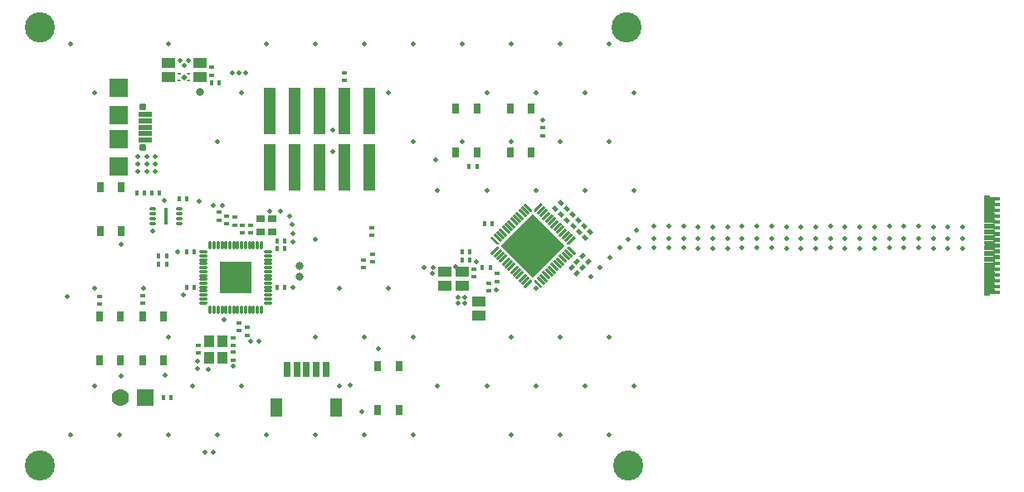
<source format=gts>
G04*
G04 #@! TF.GenerationSoftware,Altium Limited,Altium Designer,24.5.2 (23)*
G04*
G04 Layer_Color=8388736*
%FSLAX44Y44*%
%MOMM*%
G71*
G04*
G04 #@! TF.SameCoordinates,5A08705E-C27C-47AC-A7BE-410B2864E99F*
G04*
G04*
G04 #@! TF.FilePolarity,Negative*
G04*
G01*
G75*
%ADD36R,0.5560X0.4560*%
%ADD37R,1.4260X1.1260*%
%ADD38R,1.4260X0.4760*%
%ADD39R,1.9760X1.8760*%
%ADD40R,1.9760X1.9760*%
%ADD41R,0.4560X0.5560*%
%ADD42R,1.2760X4.8260*%
%ADD43C,0.8260*%
%ADD44R,0.7760X1.0760*%
G04:AMPARAMS|DCode=45|XSize=0.276mm|YSize=1.076mm|CornerRadius=0mm|HoleSize=0mm|Usage=FLASHONLY|Rotation=135.000|XOffset=0mm|YOffset=0mm|HoleType=Round|Shape=Rectangle|*
%AMROTATEDRECTD45*
4,1,4,0.4780,0.2828,-0.2828,-0.4780,-0.4780,-0.2828,0.2828,0.4780,0.4780,0.2828,0.0*
%
%ADD45ROTATEDRECTD45*%

G04:AMPARAMS|DCode=46|XSize=0.276mm|YSize=1.076mm|CornerRadius=0mm|HoleSize=0mm|Usage=FLASHONLY|Rotation=45.000|XOffset=0mm|YOffset=0mm|HoleType=Round|Shape=Rectangle|*
%AMROTATEDRECTD46*
4,1,4,0.2828,-0.4780,-0.4780,0.2828,-0.2828,0.4780,0.4780,-0.2828,0.2828,-0.4780,0.0*
%
%ADD46ROTATEDRECTD46*%

%ADD47P,6.4715X4X90.0*%
G04:AMPARAMS|DCode=48|XSize=0.556mm|YSize=0.456mm|CornerRadius=0mm|HoleSize=0mm|Usage=FLASHONLY|Rotation=135.000|XOffset=0mm|YOffset=0mm|HoleType=Round|Shape=Rectangle|*
%AMROTATEDRECTD48*
4,1,4,0.3578,-0.0354,0.0354,-0.3578,-0.3578,0.0354,-0.0354,0.3578,0.3578,-0.0354,0.0*
%
%ADD48ROTATEDRECTD48*%

%ADD49O,0.8260X0.3260*%
%ADD50R,0.3260X1.6760*%
%ADD51R,0.8760X0.7060*%
%ADD52R,3.1760X3.1760*%
%ADD53O,0.2760X0.8760*%
%ADD54O,0.8760X0.2760*%
G04:AMPARAMS|DCode=55|XSize=0.556mm|YSize=0.456mm|CornerRadius=0mm|HoleSize=0mm|Usage=FLASHONLY|Rotation=45.000|XOffset=0mm|YOffset=0mm|HoleType=Round|Shape=Rectangle|*
%AMROTATEDRECTD55*
4,1,4,-0.0354,-0.3578,-0.3578,-0.0354,0.0354,0.3578,0.3578,0.0354,-0.0354,-0.3578,0.0*
%
%ADD55ROTATEDRECTD55*%

%ADD56R,1.0760X1.2760*%
%ADD57R,1.2760X1.8760*%
%ADD58R,0.6760X1.6260*%
%ADD59R,1.7760X1.7760*%
%ADD60C,1.7760*%
%ADD61C,3.0760*%
%ADD62C,0.7760*%
%ADD63C,0.4760*%
%ADD64C,0.4800*%
%ADD65C,0.5760*%
G36*
X174893Y419950D02*
X172800D01*
X171293Y421457D01*
Y422050D01*
X174893D01*
Y419950D01*
D02*
G37*
G36*
X165707Y421457D02*
X164200Y419950D01*
X162107D01*
Y422050D01*
X165707D01*
Y421457D01*
D02*
G37*
G36*
X171894Y417750D02*
X168500Y414356D01*
X165106Y417750D01*
X168500Y421144D01*
X171894Y417750D01*
D02*
G37*
G36*
X174893Y413450D02*
X171293D01*
Y414043D01*
X172800Y415550D01*
X174893D01*
Y413450D01*
D02*
G37*
G36*
X165707Y414043D02*
Y413450D01*
X162107D01*
Y415550D01*
X164200D01*
X165707Y414043D01*
D02*
G37*
G36*
X990375Y296374D02*
X990446Y296353D01*
X990512Y296317D01*
X990570Y296270D01*
X990618Y296212D01*
X990653Y296146D01*
X990675Y296075D01*
X990682Y296000D01*
Y295382D01*
X1000800D01*
X1000875Y295375D01*
X1000946Y295353D01*
X1001012Y295317D01*
X1001070Y295270D01*
X1001117Y295212D01*
X1001153Y295146D01*
X1001175Y295075D01*
X1001182Y295000D01*
Y292000D01*
X1001175Y291926D01*
X1001153Y291854D01*
X1001117Y291788D01*
X1001070Y291730D01*
X1001012Y291682D01*
X1000946Y291647D01*
X1000875Y291625D01*
X1000800Y291618D01*
X995300D01*
X995226Y291625D01*
X995210Y291630D01*
X995570Y291270D01*
X995618Y291212D01*
X995653Y291146D01*
X995675Y291075D01*
X995682Y291000D01*
X995682Y290000D01*
X995675Y289925D01*
X995653Y289854D01*
X995618Y289788D01*
X995570Y289730D01*
X995210Y289370D01*
X995226Y289375D01*
X995300Y289382D01*
X1000800D01*
X1000874Y289375D01*
X1000946Y289353D01*
X1001012Y289317D01*
X1001070Y289270D01*
X1001117Y289212D01*
X1001153Y289146D01*
X1001174Y289074D01*
X1001182Y289000D01*
Y286000D01*
X1001174Y285926D01*
X1001153Y285854D01*
X1001117Y285788D01*
X1001070Y285730D01*
X1001012Y285683D01*
X1000946Y285647D01*
X1000874Y285625D01*
X1000800Y285618D01*
X995300D01*
X995226Y285625D01*
X995210Y285630D01*
X995570Y285270D01*
X995618Y285212D01*
X995653Y285146D01*
X995675Y285075D01*
X995682Y285000D01*
X995682Y284000D01*
X995675Y283925D01*
X995653Y283854D01*
X995618Y283788D01*
X995570Y283730D01*
X995210Y283370D01*
X995226Y283375D01*
X995300Y283382D01*
X1000800D01*
X1000874Y283375D01*
X1000946Y283353D01*
X1001012Y283318D01*
X1001070Y283270D01*
X1001117Y283212D01*
X1001153Y283146D01*
X1001174Y283074D01*
X1001182Y283000D01*
Y280000D01*
X1001174Y279925D01*
X1001153Y279854D01*
X1001117Y279788D01*
X1001070Y279730D01*
X1001012Y279683D01*
X1000946Y279647D01*
X1000874Y279625D01*
X1000800Y279618D01*
X995300D01*
X995226Y279625D01*
X995210Y279630D01*
X995570Y279270D01*
X995618Y279212D01*
X995653Y279146D01*
X995675Y279074D01*
X995682Y279000D01*
X995682Y278000D01*
X995675Y277925D01*
X995653Y277854D01*
X995618Y277788D01*
X995570Y277730D01*
X995210Y277370D01*
X995226Y277374D01*
X995300Y277382D01*
X1000800D01*
X1000875Y277374D01*
X1000946Y277353D01*
X1001012Y277318D01*
X1001070Y277270D01*
X1001117Y277212D01*
X1001153Y277146D01*
X1001175Y277075D01*
X1001182Y277000D01*
Y274000D01*
X1001175Y273925D01*
X1001153Y273854D01*
X1001117Y273788D01*
X1001070Y273730D01*
X1001012Y273682D01*
X1000946Y273647D01*
X1000875Y273626D01*
X1000800Y273618D01*
X995300D01*
X995226Y273626D01*
X995210Y273630D01*
X995570Y273270D01*
X995618Y273212D01*
X995653Y273146D01*
X995675Y273074D01*
X995682Y273000D01*
X995682Y272000D01*
X995675Y271926D01*
X995653Y271854D01*
X995618Y271788D01*
X995570Y271730D01*
X995210Y271370D01*
X995226Y271374D01*
X995300Y271382D01*
X1000800D01*
X1000874Y271374D01*
X1000946Y271353D01*
X1001012Y271318D01*
X1001070Y271270D01*
X1001117Y271212D01*
X1001153Y271146D01*
X1001174Y271075D01*
X1001182Y271000D01*
Y268000D01*
X1001174Y267925D01*
X1001153Y267854D01*
X1001117Y267788D01*
X1001070Y267730D01*
X1001012Y267682D01*
X1000946Y267647D01*
X1000874Y267626D01*
X1000800Y267618D01*
X995300D01*
X995226Y267626D01*
X995210Y267630D01*
X995570Y267270D01*
X995618Y267212D01*
X995653Y267146D01*
X995675Y267075D01*
X995682Y267000D01*
X995682Y266000D01*
X995675Y265926D01*
X995653Y265854D01*
X995618Y265788D01*
X995570Y265730D01*
X995210Y265370D01*
X995226Y265375D01*
X995300Y265382D01*
X1000800D01*
X1000874Y265375D01*
X1000946Y265353D01*
X1001012Y265317D01*
X1001070Y265270D01*
X1001117Y265212D01*
X1001153Y265146D01*
X1001174Y265075D01*
X1001182Y265000D01*
Y262000D01*
X1001174Y261926D01*
X1001153Y261854D01*
X1001117Y261788D01*
X1001070Y261730D01*
X1001012Y261683D01*
X1000946Y261647D01*
X1000874Y261625D01*
X1000800Y261618D01*
X995300D01*
X995226Y261625D01*
X995210Y261630D01*
X995570Y261270D01*
X995618Y261212D01*
X995653Y261146D01*
X995675Y261075D01*
X995682Y261000D01*
X995682Y260000D01*
X995675Y259925D01*
X995653Y259854D01*
X995618Y259788D01*
X995570Y259730D01*
X995210Y259370D01*
X995226Y259375D01*
X995300Y259382D01*
X1000800D01*
X1000874Y259375D01*
X1000946Y259353D01*
X1001012Y259317D01*
X1001070Y259270D01*
X1001117Y259212D01*
X1001153Y259146D01*
X1001174Y259074D01*
X1001182Y259000D01*
Y256000D01*
X1001174Y255926D01*
X1001153Y255854D01*
X1001117Y255788D01*
X1001070Y255730D01*
X1001012Y255683D01*
X1000946Y255647D01*
X1000874Y255625D01*
X1000800Y255618D01*
X995300D01*
X995226Y255625D01*
X995210Y255630D01*
X995570Y255270D01*
X995618Y255212D01*
X995653Y255146D01*
X995675Y255075D01*
X995682Y255000D01*
X995682Y254000D01*
X995675Y253925D01*
X995653Y253854D01*
X995618Y253788D01*
X995570Y253730D01*
X995210Y253370D01*
X995226Y253375D01*
X995300Y253382D01*
X1000800D01*
X1000875Y253375D01*
X1000946Y253353D01*
X1001012Y253318D01*
X1001070Y253270D01*
X1001117Y253212D01*
X1001153Y253146D01*
X1001175Y253074D01*
X1001182Y253000D01*
Y250000D01*
X1001175Y249925D01*
X1001153Y249854D01*
X1001117Y249788D01*
X1001070Y249730D01*
X1001012Y249683D01*
X1000946Y249647D01*
X1000875Y249625D01*
X1000800Y249618D01*
X995300D01*
X995226Y249625D01*
X995210Y249630D01*
X995570Y249270D01*
X995618Y249212D01*
X995653Y249146D01*
X995675Y249074D01*
X995682Y249000D01*
X995682Y248000D01*
X995675Y247925D01*
X995653Y247854D01*
X995618Y247788D01*
X995570Y247730D01*
X995210Y247370D01*
X995226Y247374D01*
X995300Y247382D01*
X1000800D01*
X1000874Y247374D01*
X1000946Y247353D01*
X1001012Y247318D01*
X1001070Y247270D01*
X1001117Y247212D01*
X1001153Y247146D01*
X1001174Y247075D01*
X1001182Y247000D01*
Y244000D01*
X1001174Y243925D01*
X1001153Y243854D01*
X1001117Y243788D01*
X1001070Y243730D01*
X1001012Y243682D01*
X1000946Y243647D01*
X1000874Y243626D01*
X1000800Y243618D01*
X995300D01*
X995226Y243626D01*
X995210Y243630D01*
X995570Y243270D01*
X995618Y243212D01*
X995653Y243146D01*
X995675Y243074D01*
X995682Y243000D01*
X995682Y242000D01*
X995675Y241926D01*
X995653Y241854D01*
X995618Y241788D01*
X995570Y241730D01*
X995210Y241370D01*
X995226Y241374D01*
X995300Y241382D01*
X1000800D01*
X1000874Y241374D01*
X1000946Y241353D01*
X1001012Y241318D01*
X1001070Y241270D01*
X1001117Y241212D01*
X1001153Y241146D01*
X1001174Y241075D01*
X1001182Y241000D01*
Y238000D01*
X1001174Y237925D01*
X1001153Y237854D01*
X1001117Y237788D01*
X1001070Y237730D01*
X1001012Y237683D01*
X1000946Y237647D01*
X1000874Y237626D01*
X1000800Y237618D01*
X995300D01*
X995226Y237626D01*
X995210Y237630D01*
X995570Y237270D01*
X995618Y237212D01*
X995653Y237146D01*
X995675Y237075D01*
X995682Y237000D01*
X995682Y236000D01*
X995675Y235926D01*
X995653Y235854D01*
X995618Y235788D01*
X995570Y235730D01*
X995210Y235370D01*
X995226Y235375D01*
X995300Y235382D01*
X1000800D01*
X1000874Y235375D01*
X1000946Y235353D01*
X1001012Y235317D01*
X1001070Y235270D01*
X1001117Y235212D01*
X1001153Y235146D01*
X1001174Y235075D01*
X1001182Y235000D01*
Y232000D01*
X1001174Y231926D01*
X1001153Y231854D01*
X1001117Y231788D01*
X1001070Y231730D01*
X1001012Y231682D01*
X1000946Y231647D01*
X1000874Y231625D01*
X1000800Y231618D01*
X995300D01*
X995226Y231625D01*
X995210Y231630D01*
X995570Y231270D01*
X995618Y231212D01*
X995653Y231146D01*
X995675Y231075D01*
X995682Y231000D01*
X995682Y230000D01*
X995675Y229925D01*
X995653Y229854D01*
X995618Y229788D01*
X995570Y229730D01*
X995210Y229370D01*
X995226Y229375D01*
X995300Y229382D01*
X1000800D01*
X1000875Y229375D01*
X1000946Y229353D01*
X1001012Y229317D01*
X1001070Y229270D01*
X1001117Y229212D01*
X1001153Y229146D01*
X1001175Y229074D01*
X1001182Y229000D01*
Y226000D01*
X1001175Y225926D01*
X1001153Y225854D01*
X1001117Y225788D01*
X1001070Y225730D01*
X1001012Y225683D01*
X1000946Y225647D01*
X1000875Y225625D01*
X1000800Y225618D01*
X995300D01*
X995226Y225625D01*
X995210Y225630D01*
X995570Y225270D01*
X995618Y225212D01*
X995653Y225146D01*
X995675Y225075D01*
X995682Y225000D01*
X995682Y224000D01*
X995675Y223925D01*
X995653Y223854D01*
X995618Y223788D01*
X995570Y223730D01*
X995210Y223370D01*
X995226Y223375D01*
X995300Y223382D01*
X1000800D01*
X1000875Y223375D01*
X1000946Y223353D01*
X1001012Y223318D01*
X1001070Y223270D01*
X1001117Y223212D01*
X1001153Y223146D01*
X1001175Y223074D01*
X1001182Y223000D01*
Y220000D01*
X1001175Y219925D01*
X1001153Y219854D01*
X1001117Y219788D01*
X1001070Y219730D01*
X1001012Y219683D01*
X1000946Y219647D01*
X1000875Y219625D01*
X1000800Y219618D01*
X995300D01*
X995226Y219625D01*
X995210Y219630D01*
X995570Y219270D01*
X995618Y219212D01*
X995653Y219146D01*
X995675Y219074D01*
X995682Y219000D01*
X995682Y218000D01*
X995675Y217925D01*
X995653Y217854D01*
X995618Y217788D01*
X995570Y217730D01*
X995210Y217370D01*
X995226Y217374D01*
X995300Y217382D01*
X1000800D01*
X1000875Y217374D01*
X1000946Y217353D01*
X1001012Y217318D01*
X1001070Y217270D01*
X1001117Y217212D01*
X1001153Y217146D01*
X1001175Y217075D01*
X1001182Y217000D01*
Y214000D01*
X1001175Y213925D01*
X1001153Y213854D01*
X1001117Y213788D01*
X1001070Y213730D01*
X1001012Y213682D01*
X1000946Y213647D01*
X1000875Y213626D01*
X1000800Y213618D01*
X995300D01*
X995226Y213626D01*
X995210Y213630D01*
X995570Y213270D01*
X995618Y213212D01*
X995653Y213146D01*
X995675Y213074D01*
X995682Y213000D01*
X995682Y212000D01*
X995675Y211926D01*
X995653Y211854D01*
X995618Y211788D01*
X995570Y211730D01*
X995210Y211370D01*
X995226Y211374D01*
X995300Y211382D01*
X1000800D01*
X1000875Y211374D01*
X1000946Y211353D01*
X1001012Y211318D01*
X1001070Y211270D01*
X1001117Y211212D01*
X1001153Y211146D01*
X1001175Y211075D01*
X1001182Y211000D01*
Y208000D01*
X1001175Y207925D01*
X1001153Y207854D01*
X1001117Y207788D01*
X1001070Y207730D01*
X1001012Y207682D01*
X1000946Y207647D01*
X1000875Y207626D01*
X1000800Y207618D01*
X995300D01*
X995226Y207626D01*
X995210Y207630D01*
X995570Y207270D01*
X995618Y207212D01*
X995653Y207146D01*
X995675Y207075D01*
X995682Y207000D01*
X995682Y206000D01*
X995675Y205926D01*
X995653Y205854D01*
X995618Y205788D01*
X995570Y205730D01*
X995210Y205370D01*
X995226Y205375D01*
X995300Y205382D01*
X1000800D01*
X1000875Y205375D01*
X1000946Y205353D01*
X1001012Y205317D01*
X1001070Y205270D01*
X1001118Y205212D01*
X1001153Y205146D01*
X1001175Y205075D01*
X1001182Y205000D01*
Y202000D01*
X1001175Y201926D01*
X1001153Y201854D01*
X1001118Y201788D01*
X1001070Y201730D01*
X1001012Y201682D01*
X1000946Y201647D01*
X1000875Y201625D01*
X1000800Y201618D01*
X995300D01*
X995226Y201625D01*
X995210Y201630D01*
X995570Y201270D01*
X995618Y201212D01*
X995653Y201146D01*
X995675Y201075D01*
X995682Y201000D01*
X995682Y200000D01*
X995675Y199925D01*
X995653Y199854D01*
X995618Y199788D01*
X995570Y199730D01*
X995210Y199370D01*
X995226Y199375D01*
X995300Y199382D01*
X1000800D01*
X1000875Y199375D01*
X1000946Y199353D01*
X1001012Y199317D01*
X1001070Y199270D01*
X1001118Y199212D01*
X1001153Y199146D01*
X1001175Y199074D01*
X1001182Y199000D01*
Y196000D01*
X1001175Y195926D01*
X1001153Y195854D01*
X1001118Y195788D01*
X1001070Y195730D01*
X1001012Y195683D01*
X1000946Y195647D01*
X1000875Y195625D01*
X1000800Y195618D01*
X990682D01*
Y195000D01*
X990675Y194925D01*
X990653Y194854D01*
X990618Y194788D01*
X990570Y194730D01*
X990512Y194683D01*
X990446Y194647D01*
X990375Y194625D01*
X990300Y194618D01*
X985300D01*
X985226Y194625D01*
X985154Y194647D01*
X985088Y194683D01*
X985030Y194730D01*
X984983Y194788D01*
X984947Y194854D01*
X984926Y194925D01*
X984918Y195000D01*
Y198000D01*
X984926Y198074D01*
X984947Y198146D01*
X984983Y198212D01*
X985030Y198270D01*
X985088Y198317D01*
X985154Y198353D01*
X985226Y198375D01*
X985300Y198382D01*
X994142D01*
X994390Y198630D01*
X994375Y198626D01*
X994300Y198618D01*
X985300D01*
X985226Y198626D01*
X985154Y198647D01*
X985088Y198682D01*
X985030Y198730D01*
X984983Y198788D01*
X984947Y198854D01*
X984926Y198925D01*
X984918Y199000D01*
Y202000D01*
X984926Y202074D01*
X984947Y202146D01*
X984983Y202212D01*
X985030Y202270D01*
X985088Y202317D01*
X985154Y202353D01*
X985226Y202374D01*
X985300Y202382D01*
X994300D01*
X994375Y202374D01*
X994390Y202370D01*
X994142Y202618D01*
X985300Y202618D01*
X985226Y202626D01*
X985154Y202647D01*
X985088Y202682D01*
X985030Y202730D01*
X984983Y202788D01*
X984947Y202854D01*
X984926Y202925D01*
X984918Y203000D01*
Y204000D01*
X984926Y204074D01*
X984947Y204146D01*
X984983Y204212D01*
X985030Y204270D01*
X985088Y204317D01*
X985154Y204353D01*
X985226Y204374D01*
X985300Y204382D01*
X994142D01*
X994390Y204630D01*
X994374Y204625D01*
X994300Y204618D01*
X985300D01*
X985226Y204625D01*
X985154Y204647D01*
X985088Y204683D01*
X985030Y204730D01*
X984983Y204788D01*
X984947Y204854D01*
X984926Y204925D01*
X984918Y205000D01*
Y208000D01*
X984926Y208074D01*
X984947Y208146D01*
X984983Y208212D01*
X985030Y208270D01*
X985088Y208317D01*
X985154Y208353D01*
X985226Y208375D01*
X985300Y208382D01*
X994300D01*
X994374Y208375D01*
X994390Y208370D01*
X994142Y208618D01*
X985300Y208618D01*
X985226Y208626D01*
X985154Y208647D01*
X985088Y208682D01*
X985030Y208730D01*
X984983Y208788D01*
X984947Y208854D01*
X984926Y208925D01*
X984918Y209000D01*
Y210000D01*
X984926Y210075D01*
X984947Y210146D01*
X984983Y210212D01*
X985030Y210270D01*
X985088Y210317D01*
X985154Y210353D01*
X985226Y210375D01*
X985300Y210382D01*
X994142D01*
X994390Y210630D01*
X994374Y210625D01*
X994300Y210618D01*
X985300D01*
X985226Y210625D01*
X985154Y210647D01*
X985088Y210683D01*
X985030Y210730D01*
X984983Y210788D01*
X984947Y210854D01*
X984926Y210926D01*
X984918Y211000D01*
Y214000D01*
X984926Y214074D01*
X984947Y214146D01*
X984983Y214212D01*
X985030Y214270D01*
X985088Y214317D01*
X985154Y214353D01*
X985226Y214375D01*
X985300Y214382D01*
X994300D01*
X994374Y214375D01*
X994390Y214370D01*
X994142Y214618D01*
X985300Y214618D01*
X985226Y214625D01*
X985154Y214647D01*
X985088Y214683D01*
X985030Y214730D01*
X984983Y214788D01*
X984947Y214854D01*
X984926Y214925D01*
X984918Y215000D01*
Y216000D01*
X984926Y216075D01*
X984947Y216146D01*
X984983Y216212D01*
X985030Y216270D01*
X985088Y216317D01*
X985154Y216353D01*
X985226Y216374D01*
X985300Y216382D01*
X994142D01*
X994390Y216630D01*
X994374Y216625D01*
X994300Y216618D01*
X985300D01*
X985226Y216625D01*
X985154Y216647D01*
X985088Y216682D01*
X985030Y216730D01*
X984983Y216788D01*
X984947Y216854D01*
X984926Y216926D01*
X984918Y217000D01*
Y220000D01*
X984926Y220075D01*
X984947Y220146D01*
X984983Y220212D01*
X985030Y220270D01*
X985088Y220317D01*
X985154Y220353D01*
X985226Y220375D01*
X985300Y220382D01*
X994300D01*
X994374Y220375D01*
X994390Y220370D01*
X994142Y220618D01*
X985300Y220618D01*
X985226Y220625D01*
X985154Y220647D01*
X985088Y220683D01*
X985030Y220730D01*
X984983Y220788D01*
X984947Y220854D01*
X984926Y220926D01*
X984918Y221000D01*
Y222000D01*
X984926Y222075D01*
X984947Y222146D01*
X984983Y222212D01*
X985030Y222270D01*
X985088Y222317D01*
X985154Y222353D01*
X985226Y222374D01*
X985300Y222382D01*
X994142D01*
X994390Y222630D01*
X994374Y222626D01*
X994300Y222618D01*
X985300D01*
X985226Y222626D01*
X985154Y222647D01*
X985088Y222682D01*
X985030Y222730D01*
X984983Y222788D01*
X984947Y222854D01*
X984926Y222925D01*
X984918Y223000D01*
Y226000D01*
X984926Y226075D01*
X984947Y226146D01*
X984983Y226212D01*
X985030Y226270D01*
X985088Y226318D01*
X985154Y226353D01*
X985226Y226374D01*
X985300Y226382D01*
X994300D01*
X994374Y226374D01*
X994390Y226370D01*
X994142Y226618D01*
X985300Y226618D01*
X985226Y226625D01*
X985154Y226647D01*
X985088Y226682D01*
X985030Y226730D01*
X984983Y226788D01*
X984947Y226854D01*
X984926Y226926D01*
X984918Y227000D01*
Y228000D01*
X984926Y228074D01*
X984947Y228146D01*
X984983Y228212D01*
X985030Y228270D01*
X985088Y228318D01*
X985154Y228353D01*
X985226Y228375D01*
X985300Y228382D01*
X994142D01*
X994390Y228630D01*
X994374Y228626D01*
X994300Y228618D01*
X985300D01*
X985226Y228626D01*
X985154Y228647D01*
X985088Y228682D01*
X985030Y228730D01*
X984983Y228788D01*
X984947Y228854D01*
X984926Y228925D01*
X984918Y229000D01*
Y232000D01*
X984926Y232075D01*
X984947Y232146D01*
X984983Y232212D01*
X985030Y232270D01*
X985088Y232318D01*
X985154Y232353D01*
X985226Y232374D01*
X985300Y232382D01*
X994300D01*
X994374Y232374D01*
X994390Y232370D01*
X994142Y232618D01*
X985300Y232618D01*
X985226Y232626D01*
X985154Y232647D01*
X985088Y232682D01*
X985030Y232730D01*
X984983Y232788D01*
X984947Y232854D01*
X984926Y232925D01*
X984918Y233000D01*
Y234000D01*
X984926Y234074D01*
X984947Y234146D01*
X984983Y234212D01*
X985030Y234270D01*
X985088Y234317D01*
X985154Y234353D01*
X985226Y234375D01*
X985300Y234382D01*
X994142D01*
X994390Y234630D01*
X994374Y234625D01*
X994300Y234618D01*
X985300D01*
X985226Y234625D01*
X985154Y234647D01*
X985088Y234683D01*
X985030Y234730D01*
X984983Y234788D01*
X984947Y234854D01*
X984926Y234925D01*
X984918Y235000D01*
Y238000D01*
X984926Y238074D01*
X984947Y238146D01*
X984983Y238212D01*
X985030Y238270D01*
X985088Y238318D01*
X985154Y238353D01*
X985226Y238375D01*
X985300Y238382D01*
X994300D01*
X994374Y238375D01*
X994390Y238370D01*
X994142Y238618D01*
X985300Y238618D01*
X985226Y238626D01*
X985154Y238647D01*
X985088Y238682D01*
X985030Y238730D01*
X984983Y238788D01*
X984947Y238854D01*
X984926Y238925D01*
X984918Y239000D01*
Y240000D01*
X984926Y240075D01*
X984947Y240146D01*
X984983Y240212D01*
X985030Y240270D01*
X985088Y240317D01*
X985154Y240353D01*
X985226Y240375D01*
X985300Y240382D01*
X994142D01*
X994390Y240630D01*
X994374Y240625D01*
X994300Y240618D01*
X985300D01*
X985226Y240625D01*
X985154Y240647D01*
X985088Y240683D01*
X985030Y240730D01*
X984983Y240788D01*
X984947Y240854D01*
X984926Y240926D01*
X984918Y241000D01*
Y244000D01*
X984926Y244074D01*
X984947Y244146D01*
X984983Y244212D01*
X985030Y244270D01*
X985088Y244317D01*
X985154Y244353D01*
X985226Y244375D01*
X985300Y244382D01*
X994300D01*
X994374Y244375D01*
X994390Y244370D01*
X994142Y244618D01*
X985300Y244618D01*
X985226Y244625D01*
X985154Y244647D01*
X985088Y244683D01*
X985030Y244730D01*
X984983Y244788D01*
X984947Y244854D01*
X984926Y244925D01*
X984918Y245000D01*
Y246000D01*
X984926Y246075D01*
X984947Y246146D01*
X984983Y246212D01*
X985030Y246270D01*
X985088Y246318D01*
X985154Y246353D01*
X985226Y246374D01*
X985300Y246382D01*
X994142D01*
X994390Y246630D01*
X994374Y246625D01*
X994300Y246618D01*
X985300D01*
X985226Y246625D01*
X985154Y246647D01*
X985088Y246682D01*
X985030Y246730D01*
X984983Y246788D01*
X984947Y246854D01*
X984926Y246926D01*
X984918Y247000D01*
Y250000D01*
X984926Y250075D01*
X984947Y250146D01*
X984983Y250212D01*
X985030Y250270D01*
X985088Y250317D01*
X985154Y250353D01*
X985226Y250375D01*
X985300Y250382D01*
X994300D01*
X994374Y250375D01*
X994390Y250370D01*
X994142Y250618D01*
X985300Y250618D01*
X985226Y250625D01*
X985154Y250647D01*
X985088Y250683D01*
X985030Y250730D01*
X984983Y250788D01*
X984947Y250854D01*
X984926Y250926D01*
X984918Y251000D01*
Y252000D01*
X984926Y252075D01*
X984947Y252146D01*
X984983Y252212D01*
X985030Y252270D01*
X985088Y252318D01*
X985154Y252353D01*
X985226Y252374D01*
X985300Y252382D01*
X994142D01*
X994390Y252630D01*
X994374Y252626D01*
X994300Y252618D01*
X985300D01*
X985226Y252626D01*
X985154Y252647D01*
X985088Y252682D01*
X985030Y252730D01*
X984983Y252788D01*
X984947Y252854D01*
X984926Y252925D01*
X984918Y253000D01*
Y256000D01*
X984926Y256075D01*
X984947Y256146D01*
X984983Y256212D01*
X985030Y256270D01*
X985088Y256318D01*
X985154Y256353D01*
X985226Y256374D01*
X985300Y256382D01*
X994300D01*
X994374Y256374D01*
X994390Y256370D01*
X994142Y256618D01*
X985300Y256618D01*
X985226Y256625D01*
X985154Y256647D01*
X985088Y256682D01*
X985030Y256730D01*
X984983Y256788D01*
X984947Y256854D01*
X984926Y256926D01*
X984918Y257000D01*
Y258000D01*
X984926Y258074D01*
X984947Y258146D01*
X984983Y258212D01*
X985030Y258270D01*
X985088Y258318D01*
X985154Y258353D01*
X985226Y258375D01*
X985300Y258382D01*
X994142D01*
X994390Y258630D01*
X994374Y258626D01*
X994300Y258618D01*
X985300D01*
X985226Y258626D01*
X985154Y258647D01*
X985088Y258682D01*
X985030Y258730D01*
X984983Y258788D01*
X984947Y258854D01*
X984926Y258925D01*
X984918Y259000D01*
Y262000D01*
X984926Y262075D01*
X984947Y262146D01*
X984983Y262212D01*
X985030Y262270D01*
X985088Y262318D01*
X985154Y262353D01*
X985226Y262374D01*
X985300Y262382D01*
X994300D01*
X994374Y262374D01*
X994390Y262370D01*
X994142Y262618D01*
X985300Y262618D01*
X985226Y262626D01*
X985154Y262647D01*
X985088Y262682D01*
X985030Y262730D01*
X984983Y262788D01*
X984947Y262854D01*
X984926Y262925D01*
X984918Y263000D01*
Y264000D01*
X984926Y264074D01*
X984947Y264146D01*
X984983Y264212D01*
X985030Y264270D01*
X985088Y264317D01*
X985154Y264353D01*
X985226Y264375D01*
X985300Y264382D01*
X994142D01*
X994390Y264630D01*
X994374Y264625D01*
X994300Y264618D01*
X985300D01*
X985226Y264625D01*
X985154Y264647D01*
X985088Y264683D01*
X985030Y264730D01*
X984983Y264788D01*
X984947Y264854D01*
X984926Y264925D01*
X984918Y265000D01*
Y268000D01*
X984926Y268074D01*
X984947Y268146D01*
X984983Y268212D01*
X985030Y268270D01*
X985088Y268318D01*
X985154Y268353D01*
X985226Y268375D01*
X985300Y268382D01*
X994300D01*
X994374Y268375D01*
X994390Y268370D01*
X994142Y268618D01*
X985300Y268618D01*
X985226Y268626D01*
X985154Y268647D01*
X985088Y268682D01*
X985030Y268730D01*
X984983Y268788D01*
X984947Y268854D01*
X984926Y268925D01*
X984918Y269000D01*
Y270000D01*
X984926Y270075D01*
X984947Y270146D01*
X984983Y270212D01*
X985030Y270270D01*
X985088Y270317D01*
X985154Y270353D01*
X985226Y270375D01*
X985300Y270382D01*
X994142D01*
X994390Y270630D01*
X994374Y270625D01*
X994300Y270618D01*
X985300D01*
X985226Y270625D01*
X985154Y270647D01*
X985088Y270683D01*
X985030Y270730D01*
X984983Y270788D01*
X984947Y270854D01*
X984926Y270926D01*
X984918Y271000D01*
Y274000D01*
X984926Y274074D01*
X984947Y274146D01*
X984983Y274212D01*
X985030Y274270D01*
X985088Y274317D01*
X985154Y274353D01*
X985226Y274375D01*
X985300Y274382D01*
X994300D01*
X994374Y274375D01*
X994390Y274370D01*
X994142Y274618D01*
X985300Y274618D01*
X985226Y274625D01*
X985154Y274647D01*
X985088Y274683D01*
X985030Y274730D01*
X984983Y274788D01*
X984947Y274854D01*
X984926Y274925D01*
X984918Y275000D01*
Y276000D01*
X984926Y276075D01*
X984947Y276146D01*
X984983Y276212D01*
X985030Y276270D01*
X985088Y276317D01*
X985154Y276353D01*
X985226Y276374D01*
X985300Y276382D01*
X994142D01*
X994390Y276630D01*
X994374Y276625D01*
X994300Y276618D01*
X985300D01*
X985226Y276625D01*
X985154Y276647D01*
X985088Y276682D01*
X985030Y276730D01*
X984983Y276788D01*
X984947Y276854D01*
X984926Y276926D01*
X984918Y277000D01*
Y280000D01*
X984926Y280075D01*
X984947Y280146D01*
X984983Y280212D01*
X985030Y280270D01*
X985088Y280317D01*
X985154Y280353D01*
X985226Y280375D01*
X985300Y280382D01*
X994300D01*
X994374Y280375D01*
X994390Y280370D01*
X994142Y280618D01*
X985300Y280618D01*
X985226Y280625D01*
X985154Y280647D01*
X985088Y280683D01*
X985030Y280730D01*
X984983Y280788D01*
X984947Y280854D01*
X984926Y280926D01*
X984918Y281000D01*
Y282000D01*
X984926Y282075D01*
X984947Y282146D01*
X984983Y282212D01*
X985030Y282270D01*
X985088Y282317D01*
X985154Y282353D01*
X985226Y282374D01*
X985300Y282382D01*
X994142D01*
X994390Y282630D01*
X994374Y282626D01*
X994300Y282618D01*
X985300D01*
X985226Y282626D01*
X985154Y282647D01*
X985088Y282682D01*
X985030Y282730D01*
X984983Y282788D01*
X984947Y282854D01*
X984926Y282925D01*
X984918Y283000D01*
Y286000D01*
X984926Y286075D01*
X984947Y286146D01*
X984983Y286212D01*
X985030Y286270D01*
X985088Y286318D01*
X985154Y286353D01*
X985226Y286374D01*
X985300Y286382D01*
X994300D01*
X994374Y286374D01*
X994390Y286370D01*
X994142Y286618D01*
X985300Y286618D01*
X985226Y286625D01*
X985154Y286647D01*
X985088Y286682D01*
X985030Y286730D01*
X984983Y286788D01*
X984947Y286854D01*
X984926Y286926D01*
X984918Y287000D01*
Y288000D01*
X984926Y288074D01*
X984947Y288146D01*
X984983Y288212D01*
X985030Y288270D01*
X985088Y288318D01*
X985154Y288353D01*
X985226Y288375D01*
X985300Y288382D01*
X994142D01*
X994390Y288630D01*
X994374Y288626D01*
X994300Y288618D01*
X985300D01*
X985226Y288626D01*
X985154Y288647D01*
X985088Y288682D01*
X985030Y288730D01*
X984983Y288788D01*
X984947Y288854D01*
X984926Y288925D01*
X984918Y289000D01*
Y292000D01*
X984926Y292075D01*
X984947Y292146D01*
X984983Y292212D01*
X985030Y292270D01*
X985088Y292317D01*
X985154Y292353D01*
X985226Y292374D01*
X985300Y292382D01*
X994300D01*
X994374Y292374D01*
X994390Y292370D01*
X994142Y292618D01*
X985300D01*
X985226Y292626D01*
X985154Y292647D01*
X985088Y292682D01*
X985030Y292730D01*
X984983Y292788D01*
X984947Y292854D01*
X984926Y292925D01*
X984918Y293000D01*
Y296000D01*
X984926Y296075D01*
X984947Y296146D01*
X984983Y296212D01*
X985030Y296270D01*
X985088Y296317D01*
X985154Y296353D01*
X985226Y296374D01*
X985300Y296382D01*
X990300D01*
X990375Y296374D01*
D02*
G37*
G36*
X532403Y289008D02*
X532475Y288986D01*
X532541Y288951D01*
X532598Y288904D01*
X534013Y287489D01*
X534060Y287431D01*
X534095Y287365D01*
X534117Y287294D01*
X534124Y287219D01*
X534117Y287145D01*
X534095Y287073D01*
X534060Y287007D01*
X534013Y286949D01*
X526942Y279878D01*
X526884Y279831D01*
X526818Y279795D01*
X526746Y279774D01*
X526672Y279766D01*
X526597Y279774D01*
X526525Y279795D01*
X526459Y279831D01*
X526402Y279878D01*
X525695Y280585D01*
X525647Y280643D01*
X525612Y280709D01*
X525590Y280781D01*
X525583Y280855D01*
Y282269D01*
X525590Y282344D01*
X525612Y282416D01*
X525647Y282482D01*
X525695Y282540D01*
X532058Y288904D01*
X532116Y288951D01*
X532182Y288986D01*
X532254Y289008D01*
X532328Y289015D01*
X532403Y289008D01*
D02*
G37*
G36*
X516847D02*
X516918Y288986D01*
X516984Y288951D01*
X517042Y288904D01*
X523408Y282537D01*
X523408Y282537D01*
X523408Y282537D01*
X523428Y282513D01*
X523456Y282480D01*
X523456Y282479D01*
X523456Y282479D01*
X523468Y282457D01*
X523491Y282414D01*
X523491Y282413D01*
X523491Y282413D01*
X523502Y282378D01*
X523512Y282342D01*
X523512Y282342D01*
X523513Y282341D01*
X523516Y282305D01*
X523520Y282267D01*
X523520Y282267D01*
X523520Y282267D01*
X523518Y280855D01*
X523514Y280814D01*
X523511Y280781D01*
X523510Y280781D01*
X523510Y280780D01*
X523497Y280736D01*
X523489Y280709D01*
X523489Y280709D01*
X523489Y280709D01*
X523470Y280674D01*
X523453Y280643D01*
X523453Y280643D01*
X523453Y280643D01*
X523425Y280609D01*
X523406Y280585D01*
X523406Y280585D01*
X523406Y280585D01*
X523405Y280585D01*
X522699Y279878D01*
X522641Y279831D01*
X522575Y279795D01*
X522503Y279774D01*
X522429Y279766D01*
X522354Y279774D01*
X522283Y279795D01*
X522217Y279831D01*
X522159Y279878D01*
X515088Y286949D01*
X515040Y287007D01*
X515005Y287073D01*
X514983Y287145D01*
X514976Y287219D01*
X514983Y287294D01*
X515005Y287365D01*
X515040Y287431D01*
X515088Y287489D01*
X516502Y288904D01*
X516560Y288951D01*
X516626Y288986D01*
X516698Y289008D01*
X516772Y289015D01*
X516847Y289008D01*
D02*
G37*
G36*
X566344Y255067D02*
X566416Y255045D01*
X566482Y255010D01*
X566540Y254962D01*
X567954Y253548D01*
X568001Y253490D01*
X568036Y253424D01*
X568058Y253353D01*
X568066Y253278D01*
X568058Y253204D01*
X568036Y253132D01*
X568001Y253066D01*
X567954Y253008D01*
X561590Y246644D01*
X561532Y246597D01*
X561466Y246561D01*
X561394Y246540D01*
X561320Y246532D01*
X559906D01*
X559831Y246540D01*
X559759Y246561D01*
X559693Y246597D01*
X559636Y246644D01*
X558928Y247351D01*
X558881Y247409D01*
X558846Y247475D01*
X558824Y247547D01*
X558817Y247621D01*
X558824Y247696D01*
X558846Y247767D01*
X558881Y247833D01*
X558928Y247891D01*
X566000Y254962D01*
X566057Y255010D01*
X566123Y255045D01*
X566195Y255067D01*
X566270Y255074D01*
X566344Y255067D01*
D02*
G37*
G36*
X482905D02*
X482977Y255045D01*
X483043Y255010D01*
X483101Y254962D01*
X490172Y247891D01*
X490219Y247833D01*
X490255Y247767D01*
X490276Y247696D01*
X490284Y247621D01*
X490276Y247547D01*
X490255Y247475D01*
X490219Y247409D01*
X490172Y247351D01*
X489465Y246644D01*
X489407Y246597D01*
X489341Y246561D01*
X489269Y246540D01*
X489195Y246532D01*
X487781Y246532D01*
X487706Y246540D01*
X487635Y246561D01*
X487569Y246597D01*
X487511Y246644D01*
X481147Y253008D01*
X481099Y253066D01*
X481064Y253132D01*
X481042Y253204D01*
X481035Y253278D01*
X481042Y253353D01*
X481064Y253424D01*
X481099Y253490D01*
X481147Y253548D01*
X482561Y254962D01*
X482619Y255010D01*
X482685Y255045D01*
X482757Y255067D01*
X482831Y255074D01*
X482905Y255067D01*
D02*
G37*
G36*
X561394Y244460D02*
X561466Y244439D01*
X561532Y244403D01*
X561590Y244356D01*
X567954Y237992D01*
X568001Y237934D01*
X568036Y237868D01*
X568058Y237796D01*
X568066Y237722D01*
X568058Y237647D01*
X568036Y237576D01*
X568001Y237510D01*
X567954Y237452D01*
X566540Y236038D01*
X566482Y235990D01*
X566416Y235955D01*
X566344Y235933D01*
X566270Y235926D01*
X566195Y235933D01*
X566123Y235955D01*
X566057Y235990D01*
X566000Y236038D01*
X558928Y243109D01*
X558881Y243167D01*
X558846Y243232D01*
X558824Y243304D01*
X558817Y243379D01*
Y243379D01*
D01*
X558824Y243453D01*
X558846Y243525D01*
X558881Y243591D01*
X558928Y243649D01*
X558929Y243649D01*
X559636Y244356D01*
X559693Y244403D01*
X559759Y244439D01*
X559831Y244460D01*
X559906Y244468D01*
X561320D01*
X561394Y244460D01*
D02*
G37*
G36*
X489269D02*
X489341Y244439D01*
X489407Y244403D01*
X489465Y244356D01*
X490172Y243649D01*
X490219Y243591D01*
X490255Y243525D01*
X490276Y243453D01*
X490284Y243379D01*
X490276Y243304D01*
X490255Y243233D01*
X490219Y243167D01*
X490172Y243109D01*
X483101Y236038D01*
X483043Y235990D01*
X482977Y235955D01*
X482905Y235933D01*
X482831Y235926D01*
X482757Y235933D01*
X482685Y235955D01*
X482619Y235990D01*
X482561Y236038D01*
X481147Y237452D01*
X481099Y237510D01*
X481064Y237576D01*
X481042Y237647D01*
X481035Y237722D01*
X481042Y237796D01*
X481064Y237868D01*
X481099Y237934D01*
X481147Y237992D01*
X487511Y244356D01*
X487569Y244403D01*
X487635Y244439D01*
X487706Y244460D01*
X487781Y244468D01*
X489195Y244468D01*
X489269Y244460D01*
D02*
G37*
G36*
X522503Y211226D02*
X522575Y211205D01*
X522641Y211169D01*
X522699Y211122D01*
X522699Y211122D01*
X523406Y210415D01*
X523453Y210357D01*
X523489Y210291D01*
X523511Y210219D01*
X523518Y210145D01*
X523518Y208730D01*
X523511Y208656D01*
X523489Y208584D01*
X523453Y208518D01*
X523406Y208460D01*
X517042Y202097D01*
X516984Y202049D01*
X516918Y202014D01*
X516847Y201992D01*
X516772Y201985D01*
X516698Y201992D01*
X516626Y202014D01*
X516560Y202049D01*
X516502Y202097D01*
X515088Y203511D01*
X515040Y203569D01*
X515005Y203635D01*
X514983Y203706D01*
X514976Y203781D01*
X514983Y203855D01*
X515005Y203927D01*
X515040Y203993D01*
X515088Y204051D01*
X522159Y211122D01*
X522217Y211169D01*
X522283Y211205D01*
X522354Y211226D01*
X522429Y211234D01*
X522429D01*
D01*
X522503Y211226D01*
D02*
G37*
G36*
X526746D02*
X526818Y211205D01*
X526884Y211169D01*
X526942Y211122D01*
X534013Y204051D01*
X534060Y203993D01*
X534095Y203927D01*
X534117Y203855D01*
X534124Y203781D01*
X534117Y203706D01*
X534095Y203635D01*
X534060Y203569D01*
X534013Y203511D01*
X532598Y202097D01*
X532541Y202049D01*
X532475Y202014D01*
X532403Y201992D01*
X532328Y201985D01*
X532254Y201992D01*
X532182Y202014D01*
X532116Y202049D01*
X532058Y202097D01*
X525695Y208460D01*
X525647Y208518D01*
X525612Y208584D01*
X525590Y208656D01*
X525583Y208730D01*
Y210145D01*
X525590Y210219D01*
X525612Y210291D01*
X525647Y210357D01*
X525695Y210415D01*
X526402Y211122D01*
X526459Y211169D01*
X526525Y211205D01*
X526597Y211226D01*
X526672Y211234D01*
X526746Y211226D01*
D02*
G37*
D36*
X332500Y421950D02*
D03*
Y414050D02*
D03*
X361000Y237000D02*
D03*
Y229100D02*
D03*
X197000Y419850D02*
D03*
Y427750D02*
D03*
X534500Y358100D02*
D03*
Y366000D02*
D03*
X204000Y279450D02*
D03*
Y271550D02*
D03*
X212000Y275500D02*
D03*
Y267600D02*
D03*
X220000Y274500D02*
D03*
Y266600D02*
D03*
X236828Y258650D02*
D03*
Y266550D02*
D03*
X228328Y258600D02*
D03*
Y266500D02*
D03*
X360000Y255950D02*
D03*
Y263850D02*
D03*
X351500Y230900D02*
D03*
Y223000D02*
D03*
X464500Y221400D02*
D03*
Y213500D02*
D03*
X488000Y209000D02*
D03*
X488000Y216900D02*
D03*
X479500Y199050D02*
D03*
Y206950D02*
D03*
X82000Y193450D02*
D03*
Y185550D02*
D03*
X126126Y194189D02*
D03*
Y186289D02*
D03*
X224954Y158500D02*
D03*
Y166400D02*
D03*
X232954Y153950D02*
D03*
Y161850D02*
D03*
X219000Y143550D02*
D03*
Y151450D02*
D03*
X183500Y135500D02*
D03*
Y143400D02*
D03*
X219000Y128600D02*
D03*
Y136500D02*
D03*
D37*
X184500Y418000D02*
D03*
Y432500D02*
D03*
X152500Y418000D02*
D03*
Y432500D02*
D03*
X434500Y218750D02*
D03*
Y204250D02*
D03*
X452000Y218750D02*
D03*
Y204250D02*
D03*
X469000Y174250D02*
D03*
Y188750D02*
D03*
D38*
X128750Y360000D02*
D03*
Y366500D02*
D03*
Y373000D02*
D03*
Y353500D02*
D03*
Y379500D02*
D03*
D39*
X102000Y326500D02*
D03*
Y406500D02*
D03*
D40*
Y354500D02*
D03*
Y378500D02*
D03*
D41*
X204500Y412250D02*
D03*
X196600D02*
D03*
X459500Y326500D02*
D03*
X467400D02*
D03*
X120500Y299000D02*
D03*
X128400D02*
D03*
X143450Y299000D02*
D03*
X135550D02*
D03*
X171450Y293000D02*
D03*
X163550D02*
D03*
X482900Y268000D02*
D03*
X475000D02*
D03*
X271450Y250500D02*
D03*
X263550D02*
D03*
X271450Y242500D02*
D03*
X263550D02*
D03*
X171100Y239500D02*
D03*
X179000D02*
D03*
X460033Y239073D02*
D03*
X452133D02*
D03*
X142650Y235000D02*
D03*
X150550D02*
D03*
X460000Y231000D02*
D03*
X452100D02*
D03*
X150488Y226660D02*
D03*
X142588D02*
D03*
X473000Y223000D02*
D03*
X480900D02*
D03*
X271500Y203000D02*
D03*
X263600D02*
D03*
X171100Y202500D02*
D03*
X179000D02*
D03*
X147500Y90500D02*
D03*
X155400D02*
D03*
D42*
X256200Y325250D02*
D03*
X281600D02*
D03*
X307000D02*
D03*
X332400D02*
D03*
X357800D02*
D03*
X256200Y382750D02*
D03*
X281600D02*
D03*
X307000D02*
D03*
X332400D02*
D03*
X357800D02*
D03*
D43*
X184500Y402750D02*
D03*
X286000Y224500D02*
D03*
X286500Y213500D02*
D03*
D44*
X501250Y385500D02*
D03*
Y340500D02*
D03*
X522750D02*
D03*
Y385500D02*
D03*
X445750D02*
D03*
Y340500D02*
D03*
X467250D02*
D03*
Y385500D02*
D03*
X104750Y260500D02*
D03*
Y305500D02*
D03*
X83250D02*
D03*
Y260500D02*
D03*
X147816Y128209D02*
D03*
Y173210D02*
D03*
X126316D02*
D03*
Y128209D02*
D03*
X103750Y128000D02*
D03*
Y173000D02*
D03*
X82250D02*
D03*
Y128000D02*
D03*
X387750Y122500D02*
D03*
Y77500D02*
D03*
X366250D02*
D03*
Y122500D02*
D03*
D45*
X488488Y237722D02*
D03*
X491316Y234893D02*
D03*
X494145Y232065D02*
D03*
X496973Y229237D02*
D03*
X499801Y226408D02*
D03*
X502630Y223580D02*
D03*
X505458Y220751D02*
D03*
X508287Y217923D02*
D03*
X511115Y215094D02*
D03*
X513944Y212266D02*
D03*
X516772Y209438D02*
D03*
X560613Y253278D02*
D03*
X557784Y256107D02*
D03*
X554956Y258935D02*
D03*
X552127Y261763D02*
D03*
X549299Y264592D02*
D03*
X546471Y267420D02*
D03*
X543642Y270249D02*
D03*
X540814Y273077D02*
D03*
X537985Y275906D02*
D03*
X535157Y278734D02*
D03*
X532328Y281562D02*
D03*
D46*
Y209438D02*
D03*
X535157Y212266D02*
D03*
X537985Y215094D02*
D03*
X540814Y217923D02*
D03*
X543642Y220751D02*
D03*
X546471Y223580D02*
D03*
X549299Y226408D02*
D03*
X552127Y229237D02*
D03*
X554956Y232065D02*
D03*
X557784Y234893D02*
D03*
X560613Y237722D02*
D03*
X516772Y281562D02*
D03*
X513944Y278734D02*
D03*
X511115Y275906D02*
D03*
X508287Y273077D02*
D03*
X505458Y270249D02*
D03*
X502630Y267420D02*
D03*
X499801Y264592D02*
D03*
X496973Y261763D02*
D03*
X494145Y258935D02*
D03*
X491316Y256107D02*
D03*
X488488Y253278D02*
D03*
D47*
X524550Y245500D02*
D03*
D48*
X553000Y289000D02*
D03*
X547414Y283414D02*
D03*
X559000Y283000D02*
D03*
X553414Y277414D02*
D03*
X565000Y277000D02*
D03*
X559414Y271414D02*
D03*
X571086Y271086D02*
D03*
X565500Y265500D02*
D03*
X571500Y259500D02*
D03*
X577086Y265086D02*
D03*
X583086Y259086D02*
D03*
X577500Y253500D02*
D03*
D49*
X136750Y268000D02*
D03*
Y273000D02*
D03*
Y278000D02*
D03*
Y283000D02*
D03*
X163250Y268000D02*
D03*
Y283000D02*
D03*
Y278000D02*
D03*
Y273000D02*
D03*
D50*
X150000Y275500D02*
D03*
D51*
X246783Y259746D02*
D03*
Y273246D02*
D03*
X258760Y259745D02*
D03*
Y273245D02*
D03*
D52*
X221250Y213000D02*
D03*
D53*
X195250Y246250D02*
D03*
X199250D02*
D03*
X203250D02*
D03*
X207250D02*
D03*
X211250D02*
D03*
X215250D02*
D03*
X219250D02*
D03*
X223250D02*
D03*
X227250D02*
D03*
X231250D02*
D03*
X235250D02*
D03*
X239250D02*
D03*
X243250D02*
D03*
X247250D02*
D03*
Y179750D02*
D03*
X243250D02*
D03*
X239250D02*
D03*
X235250D02*
D03*
X231250D02*
D03*
X227250D02*
D03*
X223250D02*
D03*
X219250D02*
D03*
X215250D02*
D03*
X211250D02*
D03*
X207250D02*
D03*
X203250D02*
D03*
X199250D02*
D03*
X195250D02*
D03*
D54*
X254500Y239000D02*
D03*
Y235000D02*
D03*
Y231000D02*
D03*
Y227000D02*
D03*
Y223000D02*
D03*
Y219000D02*
D03*
Y215000D02*
D03*
Y211000D02*
D03*
Y207000D02*
D03*
Y203000D02*
D03*
Y199000D02*
D03*
Y195000D02*
D03*
Y191000D02*
D03*
Y187000D02*
D03*
X188000D02*
D03*
Y191000D02*
D03*
Y195000D02*
D03*
Y199000D02*
D03*
Y203000D02*
D03*
Y207000D02*
D03*
Y211000D02*
D03*
Y215000D02*
D03*
Y219000D02*
D03*
Y223000D02*
D03*
Y227000D02*
D03*
Y231000D02*
D03*
Y235000D02*
D03*
Y239000D02*
D03*
D55*
X575217Y234616D02*
D03*
X580803Y229030D02*
D03*
X569424Y228909D02*
D03*
X575010Y223323D02*
D03*
X563717Y223116D02*
D03*
X569303Y217530D02*
D03*
D56*
X194500Y130500D02*
D03*
X207500D02*
D03*
X194500Y147500D02*
D03*
X207500D02*
D03*
D57*
X324000Y80125D02*
D03*
X263000D02*
D03*
D58*
X303500Y118875D02*
D03*
X293500D02*
D03*
X283500D02*
D03*
X273500D02*
D03*
X313500D02*
D03*
D59*
X129200Y90500D02*
D03*
D60*
X103800D02*
D03*
D61*
X21000Y469000D02*
D03*
X620300D02*
D03*
X622000Y21000D02*
D03*
X21000D02*
D03*
D62*
X126500Y345750D02*
D03*
Y387250D02*
D03*
D63*
X602300Y452000D02*
D03*
X627300Y402000D02*
D03*
X602300Y352000D02*
D03*
X627300Y302000D02*
D03*
X602300Y152000D02*
D03*
X627300Y102000D02*
D03*
X602300Y52000D02*
D03*
X552300Y452000D02*
D03*
X577300Y402000D02*
D03*
X552300Y352000D02*
D03*
X577300Y302000D02*
D03*
X552300Y152000D02*
D03*
X577300Y102000D02*
D03*
X552300Y52000D02*
D03*
X502300Y452000D02*
D03*
X527300Y402000D02*
D03*
X502300Y352000D02*
D03*
X527300Y302000D02*
D03*
Y202000D02*
D03*
X502300Y152000D02*
D03*
X527300Y102000D02*
D03*
X502300Y52000D02*
D03*
X452300Y452000D02*
D03*
X477300Y402000D02*
D03*
X452300Y352000D02*
D03*
X477300Y302000D02*
D03*
Y102000D02*
D03*
X402300Y452000D02*
D03*
Y352000D02*
D03*
X427300Y302000D02*
D03*
X402300Y152000D02*
D03*
X427300Y102000D02*
D03*
X402300Y52000D02*
D03*
X352300Y452000D02*
D03*
X377300Y402000D02*
D03*
Y202000D02*
D03*
X352300Y152000D02*
D03*
Y52000D02*
D03*
X302300Y452000D02*
D03*
Y252000D02*
D03*
X327300Y202000D02*
D03*
X302300Y152000D02*
D03*
X327300Y102000D02*
D03*
X302300Y52000D02*
D03*
X252300Y452000D02*
D03*
Y52000D02*
D03*
X227300Y402000D02*
D03*
X202300Y352000D02*
D03*
X227300Y102000D02*
D03*
X202300Y52000D02*
D03*
X152300Y452000D02*
D03*
Y152000D02*
D03*
X177300Y102000D02*
D03*
X152300Y52000D02*
D03*
X127300Y202000D02*
D03*
X102300Y52000D02*
D03*
X52300Y452000D02*
D03*
X77300Y402000D02*
D03*
Y202000D02*
D03*
Y102000D02*
D03*
X52300Y52000D02*
D03*
D64*
X466320Y228636D02*
D03*
X487000Y200500D02*
D03*
X448156Y193000D02*
D03*
X148500Y292000D02*
D03*
X136500Y260000D02*
D03*
X425000Y333000D02*
D03*
X198000Y34500D02*
D03*
X189500D02*
D03*
X162000Y239500D02*
D03*
X168000Y195500D02*
D03*
X49025Y193475D02*
D03*
X231000Y422000D02*
D03*
X224364Y422118D02*
D03*
X217864D02*
D03*
X220759Y222466D02*
D03*
X221259Y201966D02*
D03*
X221009Y212966D02*
D03*
X212500Y222500D02*
D03*
Y213000D02*
D03*
Y202500D02*
D03*
X230000D02*
D03*
Y212500D02*
D03*
Y222500D02*
D03*
X454500Y187000D02*
D03*
X448016Y186962D02*
D03*
X454525Y192887D02*
D03*
X173204Y434910D02*
D03*
X164204D02*
D03*
X169000Y430000D02*
D03*
X534500Y373500D02*
D03*
X320000Y363500D02*
D03*
X319905Y342015D02*
D03*
X139000Y336500D02*
D03*
X131000D02*
D03*
X121500D02*
D03*
Y329000D02*
D03*
X131000Y329000D02*
D03*
X139000D02*
D03*
X121500Y321500D02*
D03*
X131000Y321500D02*
D03*
X139000D02*
D03*
X184000Y291000D02*
D03*
X198000Y287000D02*
D03*
X207500D02*
D03*
X255847Y280454D02*
D03*
X266847D02*
D03*
X276346Y275954D02*
D03*
X278846Y267454D02*
D03*
X738000Y265500D02*
D03*
X753000D02*
D03*
X888000D02*
D03*
X663000D02*
D03*
X918000D02*
D03*
X648000D02*
D03*
X903000D02*
D03*
X768000D02*
D03*
X678000D02*
D03*
X828000D02*
D03*
X783000Y265000D02*
D03*
X963000D02*
D03*
X693000D02*
D03*
X708000D02*
D03*
X798000D02*
D03*
X948000D02*
D03*
X813000D02*
D03*
X858000D02*
D03*
X723000D02*
D03*
X873000D02*
D03*
X843000D02*
D03*
X933000D02*
D03*
X630500Y261000D02*
D03*
X279347Y257954D02*
D03*
X738000Y253000D02*
D03*
X828000D02*
D03*
X753000D02*
D03*
X768000D02*
D03*
X888000D02*
D03*
X648000D02*
D03*
X663000D02*
D03*
X678000D02*
D03*
X903000D02*
D03*
X918000D02*
D03*
X723000Y252500D02*
D03*
X708000D02*
D03*
X693000D02*
D03*
X933000D02*
D03*
X948000D02*
D03*
X963000D02*
D03*
X843000D02*
D03*
X858000D02*
D03*
X873000D02*
D03*
X798000D02*
D03*
X783000D02*
D03*
X813000D02*
D03*
X621500Y251500D02*
D03*
X279846Y248954D02*
D03*
X104750Y246750D02*
D03*
X613000Y243500D02*
D03*
X828000Y243000D02*
D03*
X632500D02*
D03*
X918000D02*
D03*
X678000D02*
D03*
X888000D02*
D03*
X903000D02*
D03*
X738000D02*
D03*
X663000D02*
D03*
X753000D02*
D03*
X648000D02*
D03*
X768000D02*
D03*
X723000Y242500D02*
D03*
X948000D02*
D03*
X933000D02*
D03*
X843000D02*
D03*
X798000D02*
D03*
X783000D02*
D03*
X813000D02*
D03*
X963000D02*
D03*
X858000D02*
D03*
X708000D02*
D03*
X693000D02*
D03*
X873000D02*
D03*
X603000Y233000D02*
D03*
X445250Y223608D02*
D03*
X413632Y223502D02*
D03*
X422632D02*
D03*
X593252Y223477D02*
D03*
X421632Y217002D02*
D03*
X583252Y213477D02*
D03*
X279983Y202654D02*
D03*
X209000Y169500D02*
D03*
X245000Y148000D02*
D03*
X236000D02*
D03*
X366778Y140285D02*
D03*
X182587Y127388D02*
D03*
X219000Y122000D02*
D03*
X182587Y119388D02*
D03*
X193148Y119265D02*
D03*
X149174Y113238D02*
D03*
X104000Y112000D02*
D03*
X337779Y103285D02*
D03*
X350000Y76000D02*
D03*
D65*
X501216Y245500D02*
D03*
X508994Y253278D02*
D03*
X516772Y261056D02*
D03*
X524550Y268834D02*
D03*
X508994Y237722D02*
D03*
X516772Y245500D02*
D03*
X524550Y253278D02*
D03*
X532328Y261056D02*
D03*
X516772Y229944D02*
D03*
X524550Y237722D02*
D03*
X532328Y245500D02*
D03*
X540107Y253278D02*
D03*
X524550Y222166D02*
D03*
X532328Y229944D02*
D03*
X540107Y237722D02*
D03*
X547885Y245500D02*
D03*
M02*

</source>
